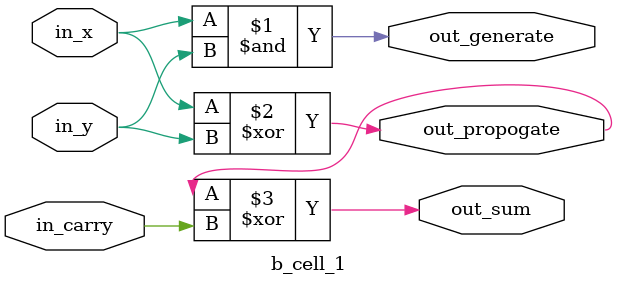
<source format=v>
module b_cell_1(input in_x, input in_y, input in_carry, output out_sum, output out_generate, output out_propogate);

	assign out_generate = in_x & in_y;
	assign out_propogate = in_x ^ in_y;
	assign out_sum = out_propogate ^ in_carry;

endmodule

</source>
